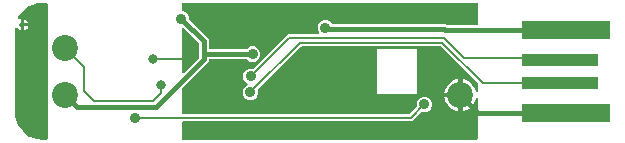
<source format=gbr>
G04 EAGLE Gerber RS-274X export*
G75*
%MOMM*%
%FSLAX34Y34*%
%LPD*%
%INTop Copper*%
%IPPOS*%
%AMOC8*
5,1,8,0,0,1.08239X$1,22.5*%
G01*
%ADD10R,7.500000X1.500000*%
%ADD11R,6.500000X1.000000*%
%ADD12C,2.200000*%
%ADD13C,0.500000*%
%ADD14C,0.406400*%
%ADD15C,0.906400*%
%ADD16C,0.800100*%
%ADD17C,0.203200*%

G36*
X412808Y-57776D02*
X412808Y-57776D01*
X412866Y-57778D01*
X412948Y-57756D01*
X413032Y-57744D01*
X413085Y-57721D01*
X413141Y-57706D01*
X413214Y-57663D01*
X413291Y-57628D01*
X413336Y-57590D01*
X413386Y-57561D01*
X413444Y-57499D01*
X413508Y-57445D01*
X413540Y-57396D01*
X413580Y-57353D01*
X413619Y-57278D01*
X413666Y-57208D01*
X413683Y-57152D01*
X413710Y-57100D01*
X413721Y-57032D01*
X413751Y-56937D01*
X413754Y-56837D01*
X413765Y-56769D01*
X413765Y-23678D01*
X413748Y-23554D01*
X413734Y-23429D01*
X413728Y-23413D01*
X413725Y-23397D01*
X413674Y-23282D01*
X413627Y-23166D01*
X413616Y-23153D01*
X413609Y-23137D01*
X413528Y-23042D01*
X413450Y-22943D01*
X413436Y-22933D01*
X413426Y-22920D01*
X413321Y-22851D01*
X413219Y-22778D01*
X413203Y-22772D01*
X413189Y-22763D01*
X413069Y-22725D01*
X412951Y-22683D01*
X412934Y-22682D01*
X412918Y-22677D01*
X412793Y-22674D01*
X412667Y-22666D01*
X412651Y-22670D01*
X412634Y-22669D01*
X412513Y-22701D01*
X412390Y-22729D01*
X412375Y-22737D01*
X412359Y-22741D01*
X412251Y-22805D01*
X412141Y-22866D01*
X412129Y-22878D01*
X412114Y-22887D01*
X412028Y-22978D01*
X411940Y-23067D01*
X411932Y-23080D01*
X411920Y-23094D01*
X411790Y-23347D01*
X411789Y-23356D01*
X411784Y-23364D01*
X411189Y-25198D01*
X410221Y-27097D01*
X408968Y-28821D01*
X407461Y-30328D01*
X405737Y-31581D01*
X403838Y-32549D01*
X401811Y-33207D01*
X400671Y-33388D01*
X400671Y-21016D01*
X400663Y-20958D01*
X400665Y-20900D01*
X400643Y-20818D01*
X400631Y-20735D01*
X400607Y-20681D01*
X400593Y-20625D01*
X400550Y-20552D01*
X400515Y-20475D01*
X400477Y-20431D01*
X400447Y-20380D01*
X400386Y-20323D01*
X400331Y-20258D01*
X400283Y-20226D01*
X400240Y-20186D01*
X400165Y-20147D01*
X400095Y-20101D01*
X400039Y-20083D01*
X399987Y-20056D01*
X399919Y-20045D01*
X399824Y-20015D01*
X399724Y-20012D01*
X399656Y-20001D01*
X398639Y-20001D01*
X398639Y-19999D01*
X399656Y-19999D01*
X399714Y-19991D01*
X399772Y-19992D01*
X399854Y-19971D01*
X399937Y-19959D01*
X399991Y-19935D01*
X400047Y-19921D01*
X400120Y-19878D01*
X400197Y-19843D01*
X400242Y-19805D01*
X400292Y-19775D01*
X400350Y-19714D01*
X400414Y-19659D01*
X400446Y-19611D01*
X400486Y-19568D01*
X400525Y-19493D01*
X400571Y-19423D01*
X400589Y-19367D01*
X400616Y-19315D01*
X400627Y-19247D01*
X400657Y-19152D01*
X400660Y-19052D01*
X400671Y-18984D01*
X400671Y-6612D01*
X401811Y-6793D01*
X403838Y-7451D01*
X405737Y-8419D01*
X407461Y-9672D01*
X408968Y-11179D01*
X410221Y-12903D01*
X411189Y-14802D01*
X411784Y-16636D01*
X411840Y-16749D01*
X411891Y-16863D01*
X411902Y-16876D01*
X411909Y-16891D01*
X411994Y-16984D01*
X412075Y-17080D01*
X412089Y-17089D01*
X412100Y-17102D01*
X412207Y-17168D01*
X412311Y-17237D01*
X412327Y-17243D01*
X412342Y-17252D01*
X412463Y-17285D01*
X412582Y-17323D01*
X412599Y-17324D01*
X412616Y-17328D01*
X412741Y-17327D01*
X412866Y-17331D01*
X412883Y-17326D01*
X412900Y-17326D01*
X413020Y-17290D01*
X413141Y-17259D01*
X413156Y-17250D01*
X413172Y-17245D01*
X413278Y-17177D01*
X413386Y-17113D01*
X413397Y-17101D01*
X413412Y-17092D01*
X413495Y-16998D01*
X413580Y-16906D01*
X413588Y-16891D01*
X413599Y-16878D01*
X413653Y-16765D01*
X413710Y-16653D01*
X413712Y-16638D01*
X413720Y-16621D01*
X413765Y-16340D01*
X413764Y-16331D01*
X413765Y-16322D01*
X413765Y-10827D01*
X413753Y-10741D01*
X413750Y-10653D01*
X413733Y-10601D01*
X413725Y-10546D01*
X413690Y-10466D01*
X413663Y-10383D01*
X413635Y-10344D01*
X413609Y-10286D01*
X413513Y-10173D01*
X413468Y-10109D01*
X382575Y20784D01*
X382505Y20836D01*
X382441Y20896D01*
X382391Y20922D01*
X382347Y20955D01*
X382266Y20986D01*
X382188Y21026D01*
X382140Y21034D01*
X382082Y21056D01*
X381934Y21068D01*
X381857Y21081D01*
X264573Y21081D01*
X264487Y21069D01*
X264399Y21066D01*
X264347Y21049D01*
X264292Y21041D01*
X264212Y21006D01*
X264129Y20979D01*
X264090Y20951D01*
X264032Y20925D01*
X263919Y20829D01*
X263855Y20784D01*
X227747Y-15325D01*
X227746Y-15326D01*
X227745Y-15327D01*
X227658Y-15443D01*
X227576Y-15552D01*
X227575Y-15553D01*
X227575Y-15555D01*
X227524Y-15688D01*
X227475Y-15817D01*
X227475Y-15819D01*
X227474Y-15821D01*
X227463Y-15960D01*
X227451Y-16101D01*
X227452Y-16102D01*
X227451Y-16104D01*
X227455Y-16119D01*
X227507Y-16380D01*
X227521Y-16407D01*
X227527Y-16431D01*
X227545Y-16474D01*
X227545Y-19086D01*
X226545Y-21499D01*
X224699Y-23345D01*
X222286Y-24345D01*
X219674Y-24345D01*
X217261Y-23345D01*
X215415Y-21499D01*
X214415Y-19086D01*
X214415Y-16474D01*
X215415Y-14061D01*
X217261Y-12215D01*
X218048Y-11889D01*
X218073Y-11874D01*
X218101Y-11865D01*
X218196Y-11802D01*
X218293Y-11744D01*
X218313Y-11723D01*
X218338Y-11707D01*
X218411Y-11620D01*
X218488Y-11538D01*
X218502Y-11511D01*
X218521Y-11489D01*
X218567Y-11386D01*
X218618Y-11285D01*
X218624Y-11256D01*
X218636Y-11229D01*
X218652Y-11117D01*
X218673Y-11006D01*
X218671Y-10977D01*
X218675Y-10948D01*
X218659Y-10836D01*
X218649Y-10723D01*
X218638Y-10695D01*
X218634Y-10666D01*
X218588Y-10563D01*
X218547Y-10457D01*
X218529Y-10434D01*
X218517Y-10407D01*
X218444Y-10321D01*
X218375Y-10231D01*
X218352Y-10213D01*
X218333Y-10191D01*
X218267Y-10149D01*
X218148Y-10061D01*
X218089Y-10038D01*
X218048Y-10013D01*
X217793Y-9907D01*
X215947Y-8061D01*
X214947Y-5648D01*
X214947Y-3036D01*
X215947Y-623D01*
X217793Y1223D01*
X220206Y2223D01*
X222818Y2223D01*
X222861Y2205D01*
X222862Y2205D01*
X222864Y2204D01*
X222997Y2170D01*
X223136Y2134D01*
X223138Y2134D01*
X223139Y2134D01*
X223280Y2138D01*
X223420Y2142D01*
X223422Y2143D01*
X223423Y2143D01*
X223558Y2186D01*
X223691Y2229D01*
X223692Y2230D01*
X223694Y2230D01*
X223706Y2239D01*
X223927Y2387D01*
X223947Y2411D01*
X223967Y2425D01*
X252785Y31243D01*
X278332Y31243D01*
X278361Y31247D01*
X278391Y31244D01*
X278502Y31267D01*
X278614Y31283D01*
X278641Y31295D01*
X278669Y31300D01*
X278770Y31352D01*
X278873Y31399D01*
X278896Y31418D01*
X278922Y31431D01*
X279004Y31509D01*
X279090Y31582D01*
X279106Y31607D01*
X279128Y31627D01*
X279185Y31725D01*
X279248Y31819D01*
X279257Y31847D01*
X279271Y31872D01*
X279299Y31982D01*
X279334Y32090D01*
X279334Y32119D01*
X279342Y32148D01*
X279338Y32261D01*
X279341Y32374D01*
X279333Y32403D01*
X279333Y32432D01*
X279298Y32540D01*
X279269Y32649D01*
X279254Y32675D01*
X279245Y32703D01*
X279199Y32766D01*
X279124Y32894D01*
X279078Y32937D01*
X279050Y32976D01*
X278915Y33111D01*
X277915Y35524D01*
X277915Y38136D01*
X278915Y40549D01*
X280761Y42395D01*
X283174Y43395D01*
X285786Y43395D01*
X288199Y42395D01*
X290045Y40549D01*
X290063Y40505D01*
X290064Y40504D01*
X290064Y40503D01*
X290135Y40384D01*
X290208Y40261D01*
X290209Y40260D01*
X290210Y40258D01*
X290314Y40160D01*
X290414Y40065D01*
X290416Y40065D01*
X290417Y40064D01*
X290543Y39999D01*
X290667Y39935D01*
X290669Y39935D01*
X290670Y39934D01*
X290685Y39932D01*
X290946Y39880D01*
X290977Y39883D01*
X291001Y39879D01*
X386471Y39879D01*
X386988Y39362D01*
X387058Y39310D01*
X387122Y39250D01*
X387171Y39224D01*
X387215Y39191D01*
X387297Y39160D01*
X387375Y39120D01*
X387422Y39112D01*
X387481Y39090D01*
X387628Y39078D01*
X387706Y39065D01*
X412750Y39065D01*
X412808Y39073D01*
X412866Y39071D01*
X412948Y39093D01*
X413032Y39105D01*
X413085Y39128D01*
X413141Y39143D01*
X413214Y39186D01*
X413291Y39221D01*
X413336Y39259D01*
X413386Y39288D01*
X413444Y39350D01*
X413508Y39404D01*
X413540Y39453D01*
X413580Y39496D01*
X413619Y39571D01*
X413666Y39641D01*
X413683Y39697D01*
X413710Y39749D01*
X413721Y39817D01*
X413751Y39912D01*
X413754Y40012D01*
X413765Y40080D01*
X413765Y56769D01*
X413757Y56827D01*
X413759Y56885D01*
X413737Y56967D01*
X413725Y57051D01*
X413702Y57104D01*
X413687Y57160D01*
X413644Y57233D01*
X413609Y57310D01*
X413571Y57355D01*
X413542Y57405D01*
X413480Y57463D01*
X413426Y57527D01*
X413377Y57559D01*
X413334Y57599D01*
X413259Y57638D01*
X413189Y57685D01*
X413133Y57702D01*
X413081Y57729D01*
X413013Y57740D01*
X412918Y57770D01*
X412818Y57773D01*
X412750Y57784D01*
X163830Y57784D01*
X163772Y57776D01*
X163714Y57778D01*
X163632Y57756D01*
X163549Y57744D01*
X163495Y57721D01*
X163439Y57706D01*
X163366Y57663D01*
X163289Y57628D01*
X163244Y57590D01*
X163194Y57561D01*
X163136Y57499D01*
X163072Y57445D01*
X163040Y57396D01*
X163000Y57353D01*
X162961Y57278D01*
X162915Y57208D01*
X162897Y57152D01*
X162870Y57100D01*
X162859Y57032D01*
X162829Y56937D01*
X162826Y56837D01*
X162815Y56769D01*
X162815Y52030D01*
X162823Y51972D01*
X162821Y51914D01*
X162843Y51832D01*
X162855Y51748D01*
X162879Y51695D01*
X162893Y51639D01*
X162936Y51566D01*
X162971Y51489D01*
X163009Y51444D01*
X163039Y51394D01*
X163100Y51336D01*
X163155Y51272D01*
X163203Y51240D01*
X163246Y51200D01*
X163321Y51161D01*
X163391Y51114D01*
X163447Y51097D01*
X163499Y51070D01*
X163567Y51059D01*
X163662Y51029D01*
X163762Y51026D01*
X163830Y51015D01*
X163866Y51015D01*
X166279Y50015D01*
X168125Y48169D01*
X169125Y45756D01*
X169125Y44054D01*
X169137Y43968D01*
X169140Y43880D01*
X169157Y43828D01*
X169165Y43773D01*
X169200Y43693D01*
X169227Y43610D01*
X169255Y43570D01*
X169281Y43513D01*
X169377Y43400D01*
X169422Y43336D01*
X185675Y27084D01*
X185675Y19685D01*
X185683Y19627D01*
X185681Y19569D01*
X185703Y19487D01*
X185715Y19403D01*
X185738Y19350D01*
X185753Y19294D01*
X185796Y19221D01*
X185831Y19144D01*
X185869Y19099D01*
X185898Y19049D01*
X185960Y18991D01*
X186014Y18927D01*
X186063Y18895D01*
X186106Y18855D01*
X186181Y18816D01*
X186251Y18769D01*
X186307Y18752D01*
X186359Y18725D01*
X186427Y18714D01*
X186522Y18684D01*
X186622Y18681D01*
X186690Y18670D01*
X217245Y18670D01*
X217332Y18682D01*
X217419Y18685D01*
X217472Y18702D01*
X217527Y18710D01*
X217607Y18745D01*
X217690Y18772D01*
X217729Y18800D01*
X217786Y18826D01*
X217899Y18922D01*
X217963Y18967D01*
X219166Y20170D01*
X221579Y21170D01*
X224191Y21170D01*
X226604Y20170D01*
X228450Y18324D01*
X229450Y15911D01*
X229450Y13299D01*
X228450Y10886D01*
X226604Y9040D01*
X224191Y8040D01*
X221579Y8040D01*
X219166Y9040D01*
X217963Y10243D01*
X217893Y10295D01*
X217829Y10355D01*
X217780Y10381D01*
X217736Y10414D01*
X217654Y10445D01*
X217576Y10485D01*
X217529Y10493D01*
X217470Y10515D01*
X217323Y10527D01*
X217245Y10540D01*
X186690Y10540D01*
X186632Y10532D01*
X186574Y10534D01*
X186492Y10512D01*
X186408Y10500D01*
X186355Y10477D01*
X186299Y10462D01*
X186226Y10419D01*
X186149Y10384D01*
X186104Y10346D01*
X186054Y10317D01*
X185996Y10255D01*
X185932Y10201D01*
X185900Y10152D01*
X185860Y10109D01*
X185821Y10034D01*
X185774Y9964D01*
X185757Y9908D01*
X185730Y9856D01*
X185719Y9788D01*
X185689Y9693D01*
X185686Y9593D01*
X185675Y9525D01*
X185675Y8476D01*
X163112Y-14086D01*
X163060Y-14156D01*
X163000Y-14220D01*
X162974Y-14269D01*
X162941Y-14313D01*
X162910Y-14395D01*
X162870Y-14473D01*
X162862Y-14521D01*
X162840Y-14579D01*
X162828Y-14727D01*
X162815Y-14804D01*
X162815Y-35306D01*
X162823Y-35364D01*
X162821Y-35422D01*
X162843Y-35504D01*
X162855Y-35588D01*
X162879Y-35641D01*
X162893Y-35697D01*
X162936Y-35770D01*
X162971Y-35847D01*
X163009Y-35892D01*
X163039Y-35942D01*
X163100Y-36000D01*
X163155Y-36064D01*
X163203Y-36096D01*
X163246Y-36136D01*
X163321Y-36175D01*
X163391Y-36222D01*
X163447Y-36239D01*
X163499Y-36266D01*
X163567Y-36277D01*
X163662Y-36307D01*
X163762Y-36310D01*
X163830Y-36321D01*
X355187Y-36321D01*
X355273Y-36309D01*
X355361Y-36306D01*
X355413Y-36289D01*
X355468Y-36281D01*
X355548Y-36246D01*
X355631Y-36219D01*
X355670Y-36191D01*
X355728Y-36165D01*
X355841Y-36069D01*
X355905Y-36024D01*
X361533Y-30395D01*
X361534Y-30394D01*
X361535Y-30393D01*
X361619Y-30281D01*
X361704Y-30168D01*
X361705Y-30167D01*
X361706Y-30165D01*
X361756Y-30033D01*
X361805Y-29903D01*
X361805Y-29901D01*
X361806Y-29899D01*
X361817Y-29758D01*
X361829Y-29619D01*
X361828Y-29618D01*
X361829Y-29616D01*
X361825Y-29601D01*
X361773Y-29340D01*
X361759Y-29313D01*
X361753Y-29289D01*
X361735Y-29246D01*
X361735Y-26634D01*
X362735Y-24221D01*
X364581Y-22375D01*
X366994Y-21375D01*
X369606Y-21375D01*
X372019Y-22375D01*
X373865Y-24221D01*
X374865Y-26634D01*
X374865Y-29246D01*
X373865Y-31659D01*
X372019Y-33505D01*
X369606Y-34505D01*
X366994Y-34505D01*
X366951Y-34487D01*
X366950Y-34486D01*
X366948Y-34486D01*
X366814Y-34452D01*
X366676Y-34416D01*
X366674Y-34416D01*
X366673Y-34416D01*
X366536Y-34420D01*
X366392Y-34424D01*
X366390Y-34425D01*
X366388Y-34425D01*
X366258Y-34467D01*
X366121Y-34511D01*
X366120Y-34512D01*
X366118Y-34512D01*
X366106Y-34521D01*
X366014Y-34582D01*
X365998Y-34590D01*
X365977Y-34607D01*
X365885Y-34669D01*
X365865Y-34692D01*
X365845Y-34707D01*
X358133Y-42419D01*
X163830Y-42419D01*
X163772Y-42427D01*
X163714Y-42425D01*
X163632Y-42447D01*
X163549Y-42459D01*
X163495Y-42482D01*
X163439Y-42497D01*
X163366Y-42540D01*
X163289Y-42575D01*
X163244Y-42613D01*
X163194Y-42642D01*
X163136Y-42704D01*
X163072Y-42758D01*
X163040Y-42807D01*
X163000Y-42850D01*
X162961Y-42925D01*
X162915Y-42995D01*
X162897Y-43051D01*
X162870Y-43103D01*
X162859Y-43171D01*
X162829Y-43266D01*
X162826Y-43366D01*
X162815Y-43434D01*
X162815Y-56769D01*
X162823Y-56827D01*
X162821Y-56885D01*
X162843Y-56967D01*
X162855Y-57051D01*
X162879Y-57104D01*
X162893Y-57160D01*
X162936Y-57233D01*
X162971Y-57310D01*
X163009Y-57355D01*
X163039Y-57405D01*
X163100Y-57463D01*
X163155Y-57527D01*
X163203Y-57559D01*
X163246Y-57599D01*
X163321Y-57638D01*
X163391Y-57685D01*
X163447Y-57702D01*
X163499Y-57729D01*
X163567Y-57740D01*
X163662Y-57770D01*
X163762Y-57773D01*
X163830Y-57784D01*
X412750Y-57784D01*
X412808Y-57776D01*
G37*
G36*
X48378Y-57769D02*
X48378Y-57769D01*
X48497Y-57762D01*
X48535Y-57749D01*
X48576Y-57744D01*
X48686Y-57701D01*
X48799Y-57664D01*
X48834Y-57642D01*
X48871Y-57627D01*
X48967Y-57558D01*
X49068Y-57494D01*
X49096Y-57464D01*
X49129Y-57441D01*
X49205Y-57349D01*
X49286Y-57262D01*
X49306Y-57227D01*
X49331Y-57196D01*
X49382Y-57088D01*
X49440Y-56984D01*
X49450Y-56944D01*
X49467Y-56908D01*
X49489Y-56791D01*
X49519Y-56676D01*
X49523Y-56615D01*
X49527Y-56595D01*
X49525Y-56575D01*
X49529Y-56515D01*
X49529Y56515D01*
X49514Y56633D01*
X49507Y56752D01*
X49494Y56790D01*
X49489Y56831D01*
X49446Y56941D01*
X49409Y57054D01*
X49387Y57089D01*
X49372Y57126D01*
X49303Y57222D01*
X49239Y57323D01*
X49209Y57351D01*
X49186Y57384D01*
X49094Y57460D01*
X49007Y57541D01*
X48972Y57561D01*
X48941Y57586D01*
X48833Y57637D01*
X48729Y57695D01*
X48689Y57705D01*
X48653Y57722D01*
X48536Y57744D01*
X48421Y57774D01*
X48361Y57778D01*
X48341Y57782D01*
X48320Y57780D01*
X48260Y57784D01*
X44450Y57784D01*
X44428Y57782D01*
X44350Y57780D01*
X40973Y57515D01*
X40905Y57501D01*
X40836Y57496D01*
X40680Y57456D01*
X34256Y55369D01*
X34149Y55319D01*
X34038Y55275D01*
X33987Y55242D01*
X33968Y55234D01*
X33953Y55221D01*
X33902Y55189D01*
X28438Y51218D01*
X28351Y51137D01*
X28259Y51061D01*
X28221Y51015D01*
X28206Y51001D01*
X28195Y50983D01*
X28157Y50937D01*
X24544Y45964D01*
X24481Y45851D01*
X24414Y45741D01*
X24405Y45712D01*
X24390Y45686D01*
X24358Y45561D01*
X24320Y45437D01*
X24319Y45407D01*
X24311Y45378D01*
X24311Y45248D01*
X24305Y45119D01*
X24311Y45090D01*
X24311Y45060D01*
X24343Y44934D01*
X24369Y44808D01*
X24383Y44781D01*
X24390Y44752D01*
X24452Y44638D01*
X24509Y44522D01*
X24529Y44499D01*
X24543Y44473D01*
X24632Y44379D01*
X24715Y44280D01*
X24740Y44263D01*
X24761Y44241D01*
X24870Y44172D01*
X24975Y44097D01*
X25004Y44086D01*
X25029Y44070D01*
X25152Y44030D01*
X25273Y43984D01*
X25303Y43981D01*
X25332Y43972D01*
X25460Y43964D01*
X25589Y43949D01*
X25619Y43953D01*
X25649Y43952D01*
X25775Y43976D01*
X25904Y43994D01*
X25945Y44008D01*
X25961Y44011D01*
X25981Y44020D01*
X26056Y44046D01*
X26470Y44217D01*
X26671Y44257D01*
X26671Y39370D01*
X26671Y34483D01*
X26470Y34523D01*
X25552Y34903D01*
X24727Y35455D01*
X24025Y36157D01*
X23964Y36247D01*
X23928Y36289D01*
X23899Y36336D01*
X23824Y36409D01*
X23756Y36488D01*
X23711Y36519D01*
X23671Y36557D01*
X23580Y36609D01*
X23494Y36669D01*
X23443Y36688D01*
X23395Y36715D01*
X23294Y36742D01*
X23196Y36779D01*
X23141Y36784D01*
X23088Y36799D01*
X22984Y36801D01*
X22879Y36811D01*
X22825Y36803D01*
X22770Y36804D01*
X22669Y36780D01*
X22565Y36764D01*
X22514Y36743D01*
X22461Y36730D01*
X22368Y36681D01*
X22272Y36640D01*
X22228Y36607D01*
X22180Y36582D01*
X22102Y36511D01*
X22019Y36448D01*
X21985Y36405D01*
X21944Y36368D01*
X21887Y36280D01*
X21822Y36198D01*
X21800Y36148D01*
X21769Y36102D01*
X21735Y36003D01*
X21693Y35907D01*
X21684Y35853D01*
X21666Y35801D01*
X21643Y35642D01*
X21595Y35025D01*
X21596Y35003D01*
X21591Y34925D01*
X21591Y-34925D01*
X21593Y-34947D01*
X21595Y-35025D01*
X21860Y-38402D01*
X21874Y-38470D01*
X21879Y-38539D01*
X21919Y-38695D01*
X24006Y-45119D01*
X24056Y-45226D01*
X24100Y-45337D01*
X24133Y-45388D01*
X24141Y-45407D01*
X24154Y-45422D01*
X24186Y-45473D01*
X28157Y-50937D01*
X28177Y-50959D01*
X28188Y-50977D01*
X28234Y-51020D01*
X28238Y-51024D01*
X28314Y-51116D01*
X28360Y-51154D01*
X28374Y-51169D01*
X28392Y-51180D01*
X28438Y-51218D01*
X33902Y-55189D01*
X34006Y-55246D01*
X34106Y-55310D01*
X34163Y-55332D01*
X34181Y-55342D01*
X34201Y-55347D01*
X34256Y-55369D01*
X40680Y-57456D01*
X40748Y-57469D01*
X40814Y-57492D01*
X40973Y-57515D01*
X44350Y-57780D01*
X44372Y-57779D01*
X44450Y-57784D01*
X48260Y-57784D01*
X48378Y-57769D01*
G37*
%LPC*%
G36*
X328440Y-19001D02*
X328440Y-19001D01*
X328439Y-19000D01*
X328439Y19000D01*
X328440Y19001D01*
X362440Y19001D01*
X362441Y19000D01*
X362441Y-19000D01*
X362440Y-19001D01*
X328440Y-19001D01*
G37*
%LPD*%
G36*
X163833Y-1441D02*
X163833Y-1441D01*
X163946Y-1444D01*
X163975Y-1437D01*
X164004Y-1436D01*
X164112Y-1401D01*
X164221Y-1373D01*
X164247Y-1358D01*
X164275Y-1349D01*
X164338Y-1303D01*
X164466Y-1227D01*
X164509Y-1182D01*
X164548Y-1154D01*
X177248Y11546D01*
X177273Y11580D01*
X177288Y11593D01*
X177312Y11628D01*
X177360Y11680D01*
X177386Y11729D01*
X177419Y11774D01*
X177433Y11810D01*
X177446Y11829D01*
X177460Y11875D01*
X177490Y11933D01*
X177498Y11981D01*
X177520Y12039D01*
X177523Y12074D01*
X177531Y12100D01*
X177534Y12195D01*
X177545Y12264D01*
X177545Y23296D01*
X177533Y23382D01*
X177530Y23470D01*
X177513Y23522D01*
X177505Y23577D01*
X177470Y23657D01*
X177443Y23740D01*
X177415Y23780D01*
X177389Y23837D01*
X177293Y23950D01*
X177248Y24014D01*
X164548Y36714D01*
X164524Y36731D01*
X164506Y36754D01*
X164411Y36817D01*
X164321Y36885D01*
X164293Y36895D01*
X164269Y36911D01*
X164161Y36946D01*
X164055Y36986D01*
X164026Y36988D01*
X163998Y36997D01*
X163884Y37000D01*
X163772Y37009D01*
X163743Y37004D01*
X163714Y37004D01*
X163604Y36976D01*
X163493Y36954D01*
X163467Y36940D01*
X163439Y36933D01*
X163341Y36875D01*
X163241Y36823D01*
X163219Y36802D01*
X163194Y36787D01*
X163117Y36705D01*
X163035Y36627D01*
X163020Y36601D01*
X163000Y36580D01*
X162948Y36479D01*
X162891Y36381D01*
X162884Y36353D01*
X162870Y36327D01*
X162857Y36250D01*
X162821Y36106D01*
X162823Y36043D01*
X162815Y35996D01*
X162815Y-436D01*
X162819Y-465D01*
X162816Y-494D01*
X162839Y-605D01*
X162855Y-717D01*
X162867Y-744D01*
X162872Y-773D01*
X162925Y-873D01*
X162971Y-977D01*
X162990Y-999D01*
X163003Y-1025D01*
X163081Y-1107D01*
X163155Y-1194D01*
X163179Y-1210D01*
X163199Y-1231D01*
X163297Y-1289D01*
X163391Y-1351D01*
X163419Y-1360D01*
X163444Y-1375D01*
X163554Y-1403D01*
X163662Y-1437D01*
X163692Y-1438D01*
X163720Y-1445D01*
X163833Y-1441D01*
G37*
%LPC*%
G36*
X395469Y-33207D02*
X395469Y-33207D01*
X393442Y-32549D01*
X391543Y-31581D01*
X389819Y-30328D01*
X388312Y-28821D01*
X387059Y-27097D01*
X386091Y-25198D01*
X385433Y-23171D01*
X385252Y-22031D01*
X396609Y-22031D01*
X396609Y-33388D01*
X395469Y-33207D01*
G37*
%LPD*%
%LPC*%
G36*
X385252Y-17969D02*
X385252Y-17969D01*
X385433Y-16829D01*
X386091Y-14802D01*
X387059Y-12903D01*
X388312Y-11179D01*
X389819Y-9672D01*
X391543Y-8419D01*
X393442Y-7451D01*
X395469Y-6793D01*
X396609Y-6612D01*
X396609Y-17969D01*
X385252Y-17969D01*
G37*
%LPD*%
%LPC*%
G36*
X29209Y40639D02*
X29209Y40639D01*
X29209Y44257D01*
X29410Y44217D01*
X30328Y43837D01*
X31153Y43285D01*
X31855Y42583D01*
X32407Y41758D01*
X32787Y40840D01*
X32827Y40639D01*
X29209Y40639D01*
G37*
%LPD*%
%LPC*%
G36*
X29209Y38101D02*
X29209Y38101D01*
X32827Y38101D01*
X32787Y37900D01*
X32407Y36982D01*
X31855Y36157D01*
X31153Y35455D01*
X30328Y34903D01*
X29410Y34523D01*
X29209Y34483D01*
X29209Y38101D01*
G37*
%LPD*%
D10*
X488410Y35000D03*
D11*
X483410Y10000D03*
X483410Y-10000D03*
D10*
X488410Y-35000D03*
D12*
X63640Y20000D03*
X63640Y-20000D03*
X398640Y-20000D03*
D13*
X27940Y39370D03*
D14*
X413640Y-35000D02*
X488410Y-35000D01*
X413640Y-35000D02*
X398640Y-20000D01*
D15*
X308610Y0D03*
X274320Y-13970D03*
X190500Y-3810D03*
X168910Y16510D03*
D16*
X138430Y10160D03*
D17*
X170180Y10160D01*
X170180Y15240D01*
X168910Y16510D01*
X481980Y11430D02*
X483410Y10000D01*
X401987Y11430D02*
X385223Y28194D01*
X254048Y28194D02*
X221512Y-4342D01*
D15*
X221512Y-4342D03*
D17*
X401987Y11430D02*
X481980Y11430D01*
X385223Y28194D02*
X254048Y28194D01*
X417670Y-10000D02*
X483410Y-10000D01*
X262890Y24130D02*
X220980Y-17780D01*
D15*
X220980Y-17780D03*
D17*
X383540Y24130D02*
X417670Y-10000D01*
X383540Y24130D02*
X262890Y24130D01*
D15*
X284480Y36830D03*
D14*
X385602Y35000D02*
X488410Y35000D01*
X385602Y35000D02*
X384788Y35814D01*
X285496Y35814D02*
X284480Y36830D01*
X285496Y35814D02*
X384788Y35814D01*
D15*
X162560Y44450D03*
D14*
X181610Y25400D02*
X181610Y14605D01*
X181610Y25400D02*
X162560Y44450D01*
D15*
X222885Y14605D03*
D14*
X181610Y14605D01*
X74120Y-30480D02*
X63640Y-20000D01*
X74120Y-30480D02*
X140970Y-30480D01*
X181610Y10160D02*
X181610Y14605D01*
X181610Y10160D02*
X140970Y-30480D01*
D15*
X123190Y-39370D03*
D17*
X356870Y-39370D01*
X368300Y-27940D01*
D15*
X368300Y-27940D03*
D16*
X145606Y-11430D03*
D17*
X145606Y-18660D01*
X138866Y-25400D01*
X88900Y-25400D01*
X80010Y-16510D01*
X80010Y3630D02*
X63640Y20000D01*
X80010Y3630D02*
X80010Y-16510D01*
D16*
X33655Y30480D03*
X33655Y-30480D03*
X33655Y-46990D03*
X33655Y48260D03*
D17*
X27940Y36195D02*
X33655Y30480D01*
X27940Y36195D02*
X27940Y39370D01*
M02*

</source>
